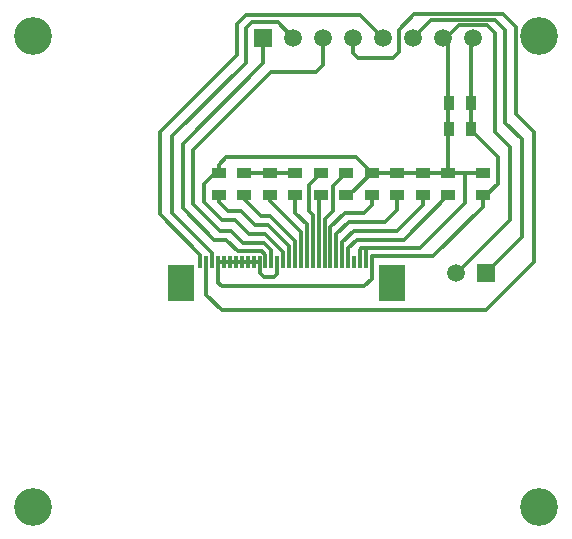
<source format=gtl>
G04 Layer_Physical_Order=1*
G04 Layer_Color=255*
%FSAX25Y25*%
%MOIN*%
G70*
G01*
G75*
%ADD10R,0.05118X0.03543*%
%ADD11R,0.03543X0.05118*%
%ADD12R,0.09055X0.12205*%
%ADD13R,0.01181X0.04331*%
%ADD14C,0.01181*%
%ADD15R,0.05905X0.05905*%
%ADD16C,0.05905*%
%ADD17C,0.12598*%
D10*
X0407500Y0347760D02*
D03*
Y0355240D02*
D03*
X0450000Y0355240D02*
D03*
Y0347760D02*
D03*
X0373500Y0347760D02*
D03*
Y0355240D02*
D03*
X0441500Y0355240D02*
D03*
Y0347760D02*
D03*
X0382000Y0347760D02*
D03*
Y0355240D02*
D03*
X0433000Y0355240D02*
D03*
Y0347760D02*
D03*
X0461500Y0347760D02*
D03*
Y0355240D02*
D03*
X0390500Y0347760D02*
D03*
Y0355240D02*
D03*
X0424500Y0355240D02*
D03*
Y0347760D02*
D03*
X0399000Y0347760D02*
D03*
Y0355240D02*
D03*
X0416000Y0347760D02*
D03*
Y0355240D02*
D03*
D11*
X0457740Y0378500D02*
D03*
X0450260D02*
D03*
X0457740Y0370000D02*
D03*
X0450260D02*
D03*
D12*
X0431138Y0318457D02*
D03*
X0360862D02*
D03*
D13*
X0424543Y0325543D02*
D03*
X0422575D02*
D03*
X0420606D02*
D03*
X0418638D02*
D03*
X0416669D02*
D03*
X0414701D02*
D03*
X0412732D02*
D03*
X0410764D02*
D03*
X0408795D02*
D03*
X0406827D02*
D03*
X0404858D02*
D03*
X0402890D02*
D03*
X0400921D02*
D03*
X0398953D02*
D03*
X0396984D02*
D03*
X0395016D02*
D03*
X0393047D02*
D03*
X0391079D02*
D03*
X0389110D02*
D03*
X0387142D02*
D03*
X0385173D02*
D03*
X0383205D02*
D03*
X0381236D02*
D03*
X0379268D02*
D03*
X0377299D02*
D03*
X0375331D02*
D03*
X0373362D02*
D03*
X0371394D02*
D03*
X0369425D02*
D03*
X0367457D02*
D03*
D14*
X0406827Y0347087D02*
X0407500Y0347760D01*
X0406827Y0325543D02*
Y0347087D01*
X0448354Y0400291D02*
X0450000Y0398646D01*
Y0355240D02*
Y0398646D01*
X0422000Y0342000D02*
X0424500Y0344500D01*
X0415500Y0342000D02*
X0422000D01*
X0410764Y0337264D02*
X0415500Y0342000D01*
X0429000Y0339000D02*
X0433000Y0343000D01*
X0417000Y0339000D02*
X0429000D01*
X0412732Y0334732D02*
X0417000Y0339000D01*
X0433000Y0336000D02*
X0441500Y0344500D01*
X0418500Y0336000D02*
X0433000D01*
X0414701Y0332201D02*
X0418500Y0336000D01*
X0435240Y0333000D02*
X0450000Y0347760D01*
X0419500Y0333000D02*
X0435240D01*
X0416669Y0330169D02*
X0419500Y0333000D01*
X0440575Y0330075D02*
X0455750Y0345250D01*
X0422575Y0330075D02*
X0440575D01*
X0445043Y0327543D02*
X0461500Y0344000D01*
X0424543Y0327543D02*
X0445043D01*
X0402890Y0325543D02*
Y0338110D01*
X0399000Y0342000D02*
X0402890Y0338110D01*
X0399000Y0342000D02*
Y0347760D01*
X0400921Y0325543D02*
Y0335579D01*
X0390500Y0346000D02*
X0400921Y0335579D01*
X0390500Y0346000D02*
Y0347760D01*
X0387500Y0341000D02*
X0390500D01*
X0382000Y0346500D02*
X0387500Y0341000D01*
X0382000Y0346500D02*
Y0347760D01*
X0385500Y0338000D02*
X0390000D01*
X0381000Y0342500D02*
X0385500Y0338000D01*
X0376500Y0342500D02*
X0381000D01*
X0383500Y0335000D02*
X0389000D01*
X0379000Y0339500D02*
X0383500Y0335000D01*
X0374500Y0339500D02*
X0379000D01*
X0381500Y0332000D02*
X0388500D01*
X0377500Y0336000D02*
X0381500Y0332000D01*
X0374000Y0336000D02*
X0377500D01*
X0379875Y0329125D02*
X0388000D01*
X0376000Y0333000D02*
X0379875Y0329125D01*
X0372000Y0333000D02*
X0376000D01*
X0373500Y0345500D02*
X0376500Y0342500D01*
X0373500Y0345500D02*
Y0347760D01*
X0368500Y0345500D02*
X0374500Y0339500D01*
X0365000Y0345000D02*
X0374000Y0336000D01*
X0361500Y0343500D02*
X0372000Y0333000D01*
X0361500Y0343500D02*
Y0365000D01*
X0371394Y0325543D02*
Y0328606D01*
X0358000Y0342000D02*
X0371394Y0328606D01*
X0358000Y0342000D02*
Y0367500D01*
X0367457Y0325543D02*
Y0328043D01*
X0354000Y0341500D02*
X0367457Y0328043D01*
X0354000Y0341500D02*
Y0369000D01*
X0368500Y0351500D02*
X0372240Y0355240D01*
X0368500Y0345500D02*
Y0351500D01*
X0372240Y0355240D02*
X0373500D01*
X0376000Y0360500D02*
X0419240D01*
X0373500Y0358000D02*
X0376000Y0360500D01*
X0373500Y0355240D02*
Y0358000D01*
X0419240Y0360500D02*
X0424500Y0355240D01*
X0465500Y0369000D02*
X0470500Y0364000D01*
Y0339500D02*
Y0364000D01*
X0453000Y0322000D02*
X0470500Y0339500D01*
X0469000Y0372000D02*
X0474500Y0366500D01*
Y0334000D02*
Y0366500D01*
X0462500Y0322000D02*
X0474500Y0334000D01*
X0472500Y0375000D02*
X0478500Y0369000D01*
Y0325500D02*
Y0369000D01*
X0462500Y0309500D02*
X0478500Y0325500D01*
X0466500Y0351500D02*
Y0360500D01*
X0462760Y0347760D02*
X0466500Y0351500D01*
X0461500Y0347760D02*
X0462760D01*
X0457500Y0369500D02*
X0466500Y0360500D01*
X0457500Y0369500D02*
Y0399437D01*
X0468344Y0408156D02*
X0472500Y0404000D01*
Y0375000D02*
Y0404000D01*
X0465625Y0406375D02*
X0469000Y0403000D01*
Y0372000D02*
Y0403000D01*
X0462906Y0404594D02*
X0465500Y0402000D01*
Y0369000D02*
Y0402000D01*
X0453594Y0404594D02*
X0462906D01*
X0449291Y0400291D02*
X0453594Y0404594D01*
X0444438Y0406375D02*
X0465625D01*
X0438354Y0400291D02*
X0444438Y0406375D01*
X0438656Y0408156D02*
X0468344D01*
X0433500Y0403000D02*
X0438656Y0408156D01*
X0408354Y0391354D02*
Y0400291D01*
X0406000Y0389000D02*
X0408354Y0391354D01*
X0391000Y0389000D02*
X0406000D01*
X0393146Y0405500D02*
X0398354Y0400291D01*
X0384500Y0405500D02*
X0393146D01*
X0382500Y0403500D02*
X0384500Y0405500D01*
X0420646Y0408000D02*
X0428354Y0400291D01*
X0382500Y0408000D02*
X0420646D01*
X0379500Y0405000D02*
X0382500Y0408000D01*
X0422000Y0317500D02*
X0424543Y0320043D01*
X0374500Y0317500D02*
X0422000D01*
X0373362Y0318638D02*
X0374500Y0317500D01*
X0388500Y0332000D02*
X0391079Y0329421D01*
X0389000Y0335000D02*
X0395016Y0328984D01*
X0390000Y0338000D02*
X0396984Y0331016D01*
X0390500Y0341000D02*
X0398953Y0332547D01*
X0388000Y0329125D02*
X0389110Y0328014D01*
X0398953Y0325543D02*
Y0332547D01*
X0404858Y0325543D02*
Y0341142D01*
X0403500Y0342500D02*
X0404858Y0341142D01*
X0403500Y0342500D02*
Y0351240D01*
X0412732Y0325543D02*
Y0334732D01*
X0410764Y0325543D02*
Y0337264D01*
X0416669Y0325543D02*
Y0330169D01*
X0421075Y0330075D02*
X0422575D01*
X0420606Y0329606D02*
X0421075Y0330075D01*
X0420606Y0325543D02*
Y0329606D01*
X0424543Y0325543D02*
Y0327543D01*
X0461500Y0344000D02*
Y0347760D01*
X0382500Y0392000D02*
Y0403500D01*
X0358000Y0367500D02*
X0382500Y0392000D01*
X0379500Y0394500D02*
Y0405000D01*
X0420000Y0393500D02*
X0431500D01*
X0418354Y0395146D02*
X0420000Y0393500D01*
X0418354Y0395146D02*
Y0400291D01*
X0374500Y0309500D02*
X0462500D01*
X0369425Y0314575D02*
X0374500Y0309500D01*
X0369425Y0314575D02*
Y0325543D01*
X0395016D02*
Y0328984D01*
X0389110Y0325543D02*
Y0328014D01*
X0361500Y0365000D02*
X0388354Y0391854D01*
X0354000Y0369000D02*
X0379500Y0394500D01*
X0365000Y0363000D02*
X0391000Y0389000D01*
X0365000Y0345000D02*
Y0363000D01*
X0388354Y0391854D02*
Y0400291D01*
X0457500Y0399437D02*
X0458354Y0400291D01*
X0433500Y0395500D02*
Y0403000D01*
X0431500Y0393500D02*
X0433500Y0395500D01*
X0452500Y0322000D02*
X0453000D01*
X0448354Y0400291D02*
X0449291D01*
X0455750Y0345250D02*
Y0355240D01*
X0461500D01*
X0450000D02*
X0455750D01*
X0422575Y0325543D02*
Y0330075D01*
X0441500Y0355240D02*
X0450000D01*
X0433000D02*
X0441500D01*
X0424500D02*
X0433000D01*
X0461500D02*
X0461500Y0355240D01*
X0417020Y0347760D02*
X0424500Y0355240D01*
X0416000Y0347760D02*
X0417020D01*
X0396984Y0325543D02*
Y0331016D01*
X0391079Y0325543D02*
Y0329421D01*
X0393047Y0321547D02*
Y0325543D01*
X0392000Y0320500D02*
X0393047Y0321547D01*
X0388500Y0320500D02*
X0392000D01*
X0387142Y0321858D02*
X0388500Y0320500D01*
X0387142Y0321858D02*
Y0325543D01*
X0385173D02*
X0387142D01*
X0383205D02*
X0385173D01*
X0381236D02*
X0383205D01*
X0379268D02*
X0381236D01*
X0377299D02*
X0379268D01*
X0375331D02*
X0377299D01*
X0373362D02*
X0375331D01*
X0373362Y0318638D02*
Y0325543D01*
X0424543Y0320043D02*
Y0325543D01*
X0390500Y0355240D02*
X0399000D01*
X0382000D02*
X0390500D01*
X0403500Y0351240D02*
X0407500Y0355240D01*
X0408795Y0325543D02*
Y0339795D01*
X0411500Y0342500D01*
Y0350740D01*
X0416000Y0355240D01*
X0424500Y0344500D02*
Y0347760D01*
X0433000Y0343000D02*
Y0347760D01*
X0414701Y0325543D02*
Y0332201D01*
X0441500Y0344500D02*
Y0347760D01*
X0428354Y0400291D02*
X0429791D01*
D15*
X0462500Y0322000D02*
D03*
X0388354Y0400291D02*
D03*
D16*
X0452500Y0322000D02*
D03*
X0398354Y0400291D02*
D03*
X0408354D02*
D03*
X0418354D02*
D03*
X0428354D02*
D03*
X0438354D02*
D03*
X0448354D02*
D03*
X0458354D02*
D03*
D17*
X0311465Y0400882D02*
D03*
X0480362D02*
D03*
Y0243795D02*
D03*
X0311465D02*
D03*
M02*

</source>
